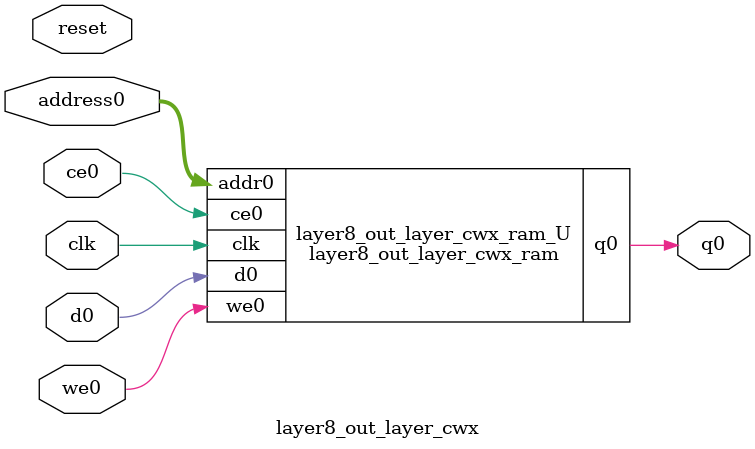
<source format=v>
`timescale 1 ns / 1 ps
module layer8_out_layer_cwx_ram (addr0, ce0, d0, we0, q0,  clk);

parameter DWIDTH = 1;
parameter AWIDTH = 7;
parameter MEM_SIZE = 128;

input[AWIDTH-1:0] addr0;
input ce0;
input[DWIDTH-1:0] d0;
input we0;
output reg[DWIDTH-1:0] q0;
input clk;

(* ram_style = "distributed" *)reg [DWIDTH-1:0] ram[0:MEM_SIZE-1];




always @(posedge clk)  
begin 
    if (ce0) 
    begin
        if (we0) 
        begin 
            ram[addr0] <= d0; 
        end 
        q0 <= ram[addr0];
    end
end


endmodule

`timescale 1 ns / 1 ps
module layer8_out_layer_cwx(
    reset,
    clk,
    address0,
    ce0,
    we0,
    d0,
    q0);

parameter DataWidth = 32'd1;
parameter AddressRange = 32'd128;
parameter AddressWidth = 32'd7;
input reset;
input clk;
input[AddressWidth - 1:0] address0;
input ce0;
input we0;
input[DataWidth - 1:0] d0;
output[DataWidth - 1:0] q0;



layer8_out_layer_cwx_ram layer8_out_layer_cwx_ram_U(
    .clk( clk ),
    .addr0( address0 ),
    .ce0( ce0 ),
    .we0( we0 ),
    .d0( d0 ),
    .q0( q0 ));

endmodule


</source>
